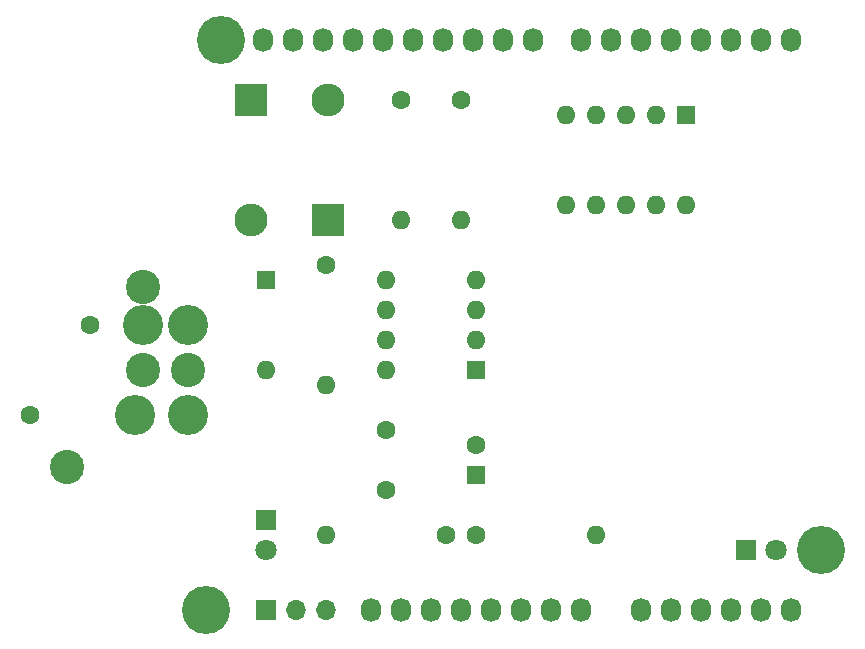
<source format=gbr>
G04 #@! TF.GenerationSoftware,KiCad,Pcbnew,(5.1.5)-3*
G04 #@! TF.CreationDate,2020-07-14T23:57:43+01:00*
G04 #@! TF.ProjectId,dmxhat,646d7868-6174-42e6-9b69-6361645f7063,rev?*
G04 #@! TF.SameCoordinates,Original*
G04 #@! TF.FileFunction,Soldermask,Bot*
G04 #@! TF.FilePolarity,Negative*
%FSLAX46Y46*%
G04 Gerber Fmt 4.6, Leading zero omitted, Abs format (unit mm)*
G04 Created by KiCad (PCBNEW (5.1.5)-3) date 2020-07-14 23:57:43*
%MOMM*%
%LPD*%
G04 APERTURE LIST*
%ADD10C,2.900000*%
%ADD11C,3.400000*%
%ADD12C,1.600000*%
%ADD13O,1.700000X1.700000*%
%ADD14R,1.700000X1.700000*%
%ADD15C,1.800000*%
%ADD16R,1.800000X1.800000*%
%ADD17O,1.600000X1.600000*%
%ADD18R,1.600000X1.600000*%
%ADD19O,2.800000X2.800000*%
%ADD20R,2.800000X2.800000*%
%ADD21O,1.727200X2.032000*%
%ADD22C,4.064000*%
G04 APERTURE END LIST*
D10*
X123449000Y-103505000D03*
X113279000Y-111755000D03*
D11*
X123449000Y-99695000D03*
D12*
X115189000Y-99695000D03*
X110109000Y-107315000D03*
D10*
X119634000Y-96525000D03*
X119634000Y-103505000D03*
D11*
X123449000Y-107315000D03*
X119634000Y-99695000D03*
X118999000Y-107315000D03*
D13*
X135128000Y-123825000D03*
X132588000Y-123825000D03*
D14*
X130048000Y-123825000D03*
D15*
X130048000Y-118745000D03*
D16*
X130048000Y-116205000D03*
D17*
X135128000Y-117475000D03*
D12*
X145288000Y-117475000D03*
D17*
X130048000Y-103505000D03*
D18*
X130048000Y-95885000D03*
D19*
X135298000Y-80645000D03*
D20*
X135298000Y-90805000D03*
D19*
X128778000Y-90805000D03*
D20*
X128778000Y-80645000D03*
D17*
X165608000Y-89535000D03*
X155448000Y-81915000D03*
X163068000Y-89535000D03*
X157988000Y-81915000D03*
X160528000Y-89535000D03*
X160528000Y-81915000D03*
X157988000Y-89535000D03*
X163068000Y-81915000D03*
X155448000Y-89535000D03*
D18*
X165608000Y-81915000D03*
D12*
X147828000Y-109895000D03*
D18*
X147828000Y-112395000D03*
D12*
X140208000Y-108665000D03*
X140208000Y-113665000D03*
D17*
X157988000Y-117475000D03*
D12*
X147828000Y-117475000D03*
D15*
X173228000Y-118745000D03*
D16*
X170688000Y-118745000D03*
D17*
X146558000Y-90805000D03*
D12*
X146558000Y-80645000D03*
D17*
X141478000Y-90805000D03*
D12*
X141478000Y-80645000D03*
D17*
X135128000Y-104775000D03*
D12*
X135128000Y-94615000D03*
D17*
X140208000Y-103505000D03*
X147828000Y-95885000D03*
X140208000Y-100965000D03*
X147828000Y-98425000D03*
X140208000Y-98425000D03*
X147828000Y-100965000D03*
X140208000Y-95885000D03*
D18*
X147828000Y-103505000D03*
D21*
X138938000Y-123825000D03*
X141478000Y-123825000D03*
X144018000Y-123825000D03*
X146558000Y-123825000D03*
X149098000Y-123825000D03*
X151638000Y-123825000D03*
X154178000Y-123825000D03*
X156718000Y-123825000D03*
X161798000Y-123825000D03*
X164338000Y-123825000D03*
X166878000Y-123825000D03*
X169418000Y-123825000D03*
X171958000Y-123825000D03*
X174498000Y-123825000D03*
X129794000Y-75565000D03*
X132334000Y-75565000D03*
X134874000Y-75565000D03*
X137414000Y-75565000D03*
X139954000Y-75565000D03*
X142494000Y-75565000D03*
X145034000Y-75565000D03*
X147574000Y-75565000D03*
X150114000Y-75565000D03*
X152654000Y-75565000D03*
X156718000Y-75565000D03*
X159258000Y-75565000D03*
X161798000Y-75565000D03*
X164338000Y-75565000D03*
X166878000Y-75565000D03*
X169418000Y-75565000D03*
X171958000Y-75565000D03*
X174498000Y-75565000D03*
D22*
X124968000Y-123825000D03*
X177038000Y-118745000D03*
X126238000Y-75565000D03*
M02*

</source>
